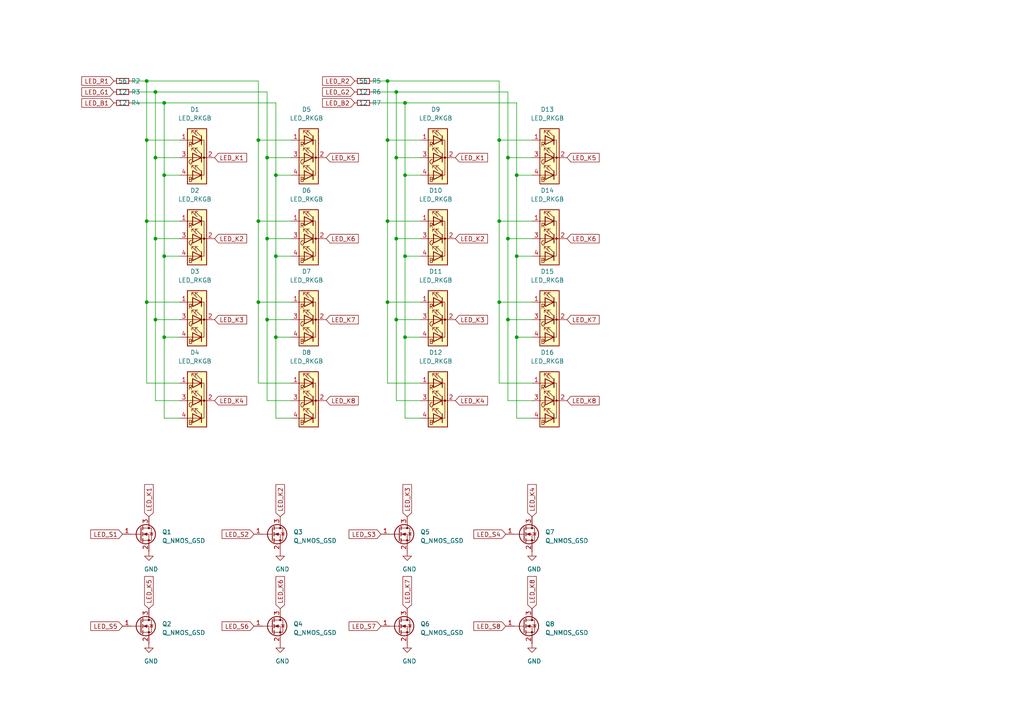
<source format=kicad_sch>
(kicad_sch (version 20201015) (generator eeschema)
  (paper "A4")
  (lib_symbols
    (symbol "Device:LED_RKGB" (pin_names (offset 0) hide)
      (property "Reference" "D" (at 0 9.398 0))
      (property "Value" "LED_RKGB" (at 0 -8.89 0))
      (symbol "LED_RKGB_0_0"
        (text "B" (at 1.905 -6.35 0) (effects (font (size 1.27 1.27))))
        (text "G" (at 1.905 -1.27 0) (effects (font (size 1.27 1.27))))
        (text "R" (at 1.905 3.81 0) (effects (font (size 1.27 1.27))))
      )
      (symbol "LED_RKGB_0_1"
        (circle (center -2.032 0) (radius 0.254) (fill (type outline)))
        (rectangle (start 1.27 -1.27) (end 1.27 1.27))
        (rectangle (start 1.27 1.27) (end 1.27 1.27))
        (rectangle (start 1.27 3.81) (end 1.27 6.35))
        (rectangle (start 1.27 6.35) (end 1.27 6.35))
        (rectangle (start 2.794 8.382) (end -2.794 -7.62) (stroke (width 0.254)) (fill (type background)))
        (polyline (pts (xy -1.27 -5.08) (xy 1.27 -5.08)))
        (polyline (pts (xy -1.27 -3.81) (xy -1.27 -6.35)) (stroke (width 0.254)))
        (polyline (pts (xy -1.27 0) (xy -2.54 0)))
        (polyline (pts (xy -1.27 1.27) (xy -1.27 -1.27)) (stroke (width 0.254)))
        (polyline (pts (xy -1.27 5.08) (xy 1.27 5.08)))
        (polyline (pts (xy -1.27 6.35) (xy -1.27 3.81)) (stroke (width 0.254)))
        (polyline (pts (xy 1.27 -5.08) (xy 2.54 -5.08)))
        (polyline (pts (xy 1.27 0) (xy -1.27 0)))
        (polyline (pts (xy 1.27 0) (xy 2.54 0)))
        (polyline (pts (xy 1.27 5.08) (xy 2.54 5.08)))
        (polyline (pts (xy -1.27 1.27) (xy -1.27 -1.27) (xy -1.27 -1.27)))
        (polyline (pts (xy -1.27 6.35) (xy -1.27 3.81) (xy -1.27 3.81)))
        (polyline (pts (xy -1.27 5.08) (xy -2.032 5.08) (xy -2.032 -5.08) (xy -1.016 -5.08)))
        (polyline (pts (xy 1.27 -3.81) (xy 1.27 -6.35) (xy -1.27 -5.08) (xy 1.27 -3.81)) (stroke (width 0.254)))
        (polyline (pts (xy 1.27 1.27) (xy 1.27 -1.27) (xy -1.27 0) (xy 1.27 1.27)) (stroke (width 0.254)))
        (polyline (pts (xy 1.27 6.35) (xy 1.27 3.81) (xy -1.27 5.08) (xy 1.27 6.35)) (stroke (width 0.254)))
        (polyline (pts (xy -1.016 -3.81) (xy 0.508 -2.286) (xy -0.254 -2.286) (xy 0.508 -2.286) (xy 0.508 -3.048)))
        (polyline (pts (xy -1.016 1.27) (xy 0.508 2.794) (xy -0.254 2.794) (xy 0.508 2.794) (xy 0.508 2.032)))
        (polyline (pts (xy -1.016 6.35) (xy 0.508 7.874) (xy -0.254 7.874) (xy 0.508 7.874) (xy 0.508 7.112)))
        (polyline (pts (xy 0 -3.81) (xy 1.524 -2.286) (xy 0.762 -2.286) (xy 1.524 -2.286) (xy 1.524 -3.048)))
        (polyline (pts (xy 0 1.27) (xy 1.524 2.794) (xy 0.762 2.794) (xy 1.524 2.794) (xy 1.524 2.032)))
        (polyline (pts (xy 0 6.35) (xy 1.524 7.874) (xy 0.762 7.874) (xy 1.524 7.874) (xy 1.524 7.112)))
      )
      (symbol "LED_RKGB_1_1"
        (pin passive line (at 5.08 5.08 180) (length 2.54) (name "RA") (number "1"))
        (pin passive line (at -5.08 0 0) (length 2.54) (name "K") (number "2"))
        (pin passive line (at 5.08 0 180) (length 2.54) (name "GA") (number "3"))
        (pin passive line (at 5.08 -5.08 180) (length 2.54) (name "BA") (number "4"))
      )
    )
    (symbol "Device:Q_NMOS_GSD" (pin_names (offset 0) hide)
      (property "Reference" "Q" (at 5.08 1.27 0))
      (property "Value" "Q_NMOS_GSD" (at 5.08 -1.27 0))
      (symbol "Q_NMOS_GSD_0_1"
        (circle (center 1.651 0) (radius 2.794) (stroke (width 0.254)))
        (circle (center 2.54 -1.778) (radius 0.254) (fill (type outline)))
        (circle (center 2.54 1.778) (radius 0.254) (fill (type outline)))
        (polyline (pts (xy 0.254 0) (xy -2.54 0)))
        (polyline (pts (xy 0.254 1.905) (xy 0.254 -1.905)) (stroke (width 0.254)))
        (polyline (pts (xy 0.762 -1.27) (xy 0.762 -2.286)) (stroke (width 0.254)))
        (polyline (pts (xy 0.762 0.508) (xy 0.762 -0.508)) (stroke (width 0.254)))
        (polyline (pts (xy 0.762 2.286) (xy 0.762 1.27)) (stroke (width 0.254)))
        (polyline (pts (xy 2.54 2.54) (xy 2.54 1.778)))
        (polyline (pts (xy 2.54 -2.54) (xy 2.54 0) (xy 0.762 0)))
        (polyline (pts (xy 0.762 -1.778) (xy 3.302 -1.778) (xy 3.302 1.778) (xy 0.762 1.778)))
        (polyline (pts (xy 1.016 0) (xy 2.032 0.381) (xy 2.032 -0.381) (xy 1.016 0)) (fill (type outline)))
        (polyline (pts (xy 2.794 0.508) (xy 2.921 0.381) (xy 3.683 0.381) (xy 3.81 0.254)))
        (polyline (pts (xy 3.302 0.381) (xy 2.921 -0.254) (xy 3.683 -0.254) (xy 3.302 0.381)))
      )
      (symbol "Q_NMOS_GSD_1_1"
        (pin input line (at -5.08 0 0) (length 2.54) (name "G") (number "1"))
        (pin passive line (at 2.54 -5.08 90) (length 2.54) (name "S") (number "2"))
        (pin passive line (at 2.54 5.08 270) (length 2.54) (name "D") (number "3"))
      )
    )
    (symbol "Device:R_Small" (pin_numbers hide) (pin_names (offset 0.254) hide)
      (property "Reference" "R" (at 0.762 0.508 0))
      (property "Value" "R_Small" (at 0.762 -1.016 0))
      (symbol "R_Small_0_1"
        (rectangle (start -0.762 1.778) (end 0.762 -1.778) (stroke (width 0.2032)))
      )
      (symbol "R_Small_1_1"
        (pin passive line (at 0 2.54 270) (length 0.762) (name "~") (number "1"))
        (pin passive line (at 0 -2.54 90) (length 0.762) (name "~") (number "2"))
      )
    )
    (symbol "power:GND" (power) (pin_names (offset 0))
      (property "Value" "GND" (at 0 -3.81 0))
      (symbol "GND_0_1"
        (polyline (pts (xy 0 0) (xy 0 -1.27) (xy 1.27 -1.27) (xy 0 -2.54) (xy -1.27 -1.27) (xy 0 -1.27)))
      )
      (symbol "GND_1_1"
        (pin power_in line (at 0 0 270) (length 0) hide (name "GND") (number "1"))
      )
    )
  )
  (junction (at 42.545 23.495) (diameter 0.9144))
  (junction (at 42.545 40.64) (diameter 0.9144))
  (junction (at 42.545 64.135) (diameter 0.9144))
  (junction (at 42.545 87.63) (diameter 0.9144))
  (junction (at 45.085 26.67) (diameter 0.9144))
  (junction (at 45.085 45.72) (diameter 0.9144))
  (junction (at 45.085 69.215) (diameter 0.9144))
  (junction (at 45.085 92.71) (diameter 0.9144))
  (junction (at 47.625 29.845) (diameter 0.9144))
  (junction (at 47.625 50.8) (diameter 0.9144))
  (junction (at 47.625 74.295) (diameter 0.9144))
  (junction (at 47.625 97.79) (diameter 0.9144))
  (junction (at 74.93 40.64) (diameter 0.9144))
  (junction (at 74.93 64.135) (diameter 0.9144))
  (junction (at 74.93 87.63) (diameter 0.9144))
  (junction (at 77.47 45.72) (diameter 0.9144))
  (junction (at 77.47 69.215) (diameter 0.9144))
  (junction (at 77.47 92.71) (diameter 0.9144))
  (junction (at 80.01 50.8) (diameter 0.9144))
  (junction (at 80.01 74.295) (diameter 0.9144))
  (junction (at 80.01 97.79) (diameter 0.9144))
  (junction (at 112.395 23.495) (diameter 0.9144))
  (junction (at 112.395 40.64) (diameter 0.9144))
  (junction (at 112.395 64.135) (diameter 0.9144))
  (junction (at 112.395 87.63) (diameter 0.9144))
  (junction (at 114.935 26.67) (diameter 0.9144))
  (junction (at 114.935 45.72) (diameter 0.9144))
  (junction (at 114.935 69.215) (diameter 0.9144))
  (junction (at 114.935 92.71) (diameter 0.9144))
  (junction (at 117.475 29.845) (diameter 0.9144))
  (junction (at 117.475 50.8) (diameter 0.9144))
  (junction (at 117.475 74.295) (diameter 0.9144))
  (junction (at 117.475 97.79) (diameter 0.9144))
  (junction (at 144.78 40.64) (diameter 0.9144))
  (junction (at 144.78 64.135) (diameter 0.9144))
  (junction (at 144.78 87.63) (diameter 0.9144))
  (junction (at 147.32 45.72) (diameter 0.9144))
  (junction (at 147.32 69.215) (diameter 0.9144))
  (junction (at 147.32 92.71) (diameter 0.9144))
  (junction (at 149.86 50.8) (diameter 0.9144))
  (junction (at 149.86 74.295) (diameter 0.9144))
  (junction (at 149.86 97.79) (diameter 0.9144))
  (wire (pts (xy 38.1 23.495) (xy 42.545 23.495)))
  (wire (pts (xy 38.1 26.67) (xy 45.085 26.67)))
  (wire (pts (xy 38.1 29.845) (xy 47.625 29.845)))
  (wire (pts (xy 42.545 23.495) (xy 42.545 40.64)))
  (wire (pts (xy 42.545 23.495) (xy 74.93 23.495)))
  (wire (pts (xy 42.545 40.64) (xy 42.545 64.135)))
  (wire (pts (xy 42.545 40.64) (xy 52.07 40.64)))
  (wire (pts (xy 42.545 64.135) (xy 42.545 87.63)))
  (wire (pts (xy 42.545 64.135) (xy 52.07 64.135)))
  (wire (pts (xy 42.545 87.63) (xy 42.545 111.125)))
  (wire (pts (xy 42.545 87.63) (xy 52.07 87.63)))
  (wire (pts (xy 42.545 111.125) (xy 52.07 111.125)))
  (wire (pts (xy 45.085 26.67) (xy 45.085 45.72)))
  (wire (pts (xy 45.085 26.67) (xy 77.47 26.67)))
  (wire (pts (xy 45.085 45.72) (xy 45.085 69.215)))
  (wire (pts (xy 45.085 45.72) (xy 52.07 45.72)))
  (wire (pts (xy 45.085 69.215) (xy 45.085 92.71)))
  (wire (pts (xy 45.085 69.215) (xy 52.07 69.215)))
  (wire (pts (xy 45.085 92.71) (xy 45.085 116.205)))
  (wire (pts (xy 45.085 92.71) (xy 52.07 92.71)))
  (wire (pts (xy 45.085 116.205) (xy 52.07 116.205)))
  (wire (pts (xy 47.625 29.845) (xy 47.625 50.8)))
  (wire (pts (xy 47.625 29.845) (xy 80.01 29.845)))
  (wire (pts (xy 47.625 50.8) (xy 52.07 50.8)))
  (wire (pts (xy 47.625 74.295) (xy 47.625 50.8)))
  (wire (pts (xy 47.625 74.295) (xy 47.625 97.79)))
  (wire (pts (xy 47.625 74.295) (xy 52.07 74.295)))
  (wire (pts (xy 47.625 97.79) (xy 47.625 121.285)))
  (wire (pts (xy 47.625 97.79) (xy 52.07 97.79)))
  (wire (pts (xy 52.07 121.285) (xy 47.625 121.285)))
  (wire (pts (xy 74.93 23.495) (xy 74.93 40.64)))
  (wire (pts (xy 74.93 40.64) (xy 74.93 64.135)))
  (wire (pts (xy 74.93 40.64) (xy 84.455 40.64)))
  (wire (pts (xy 74.93 64.135) (xy 74.93 87.63)))
  (wire (pts (xy 74.93 64.135) (xy 84.455 64.135)))
  (wire (pts (xy 74.93 87.63) (xy 74.93 111.125)))
  (wire (pts (xy 74.93 87.63) (xy 84.455 87.63)))
  (wire (pts (xy 74.93 111.125) (xy 84.455 111.125)))
  (wire (pts (xy 77.47 26.67) (xy 77.47 45.72)))
  (wire (pts (xy 77.47 45.72) (xy 77.47 69.215)))
  (wire (pts (xy 77.47 45.72) (xy 84.455 45.72)))
  (wire (pts (xy 77.47 69.215) (xy 77.47 92.71)))
  (wire (pts (xy 77.47 69.215) (xy 84.455 69.215)))
  (wire (pts (xy 77.47 92.71) (xy 77.47 116.205)))
  (wire (pts (xy 77.47 92.71) (xy 84.455 92.71)))
  (wire (pts (xy 77.47 116.205) (xy 84.455 116.205)))
  (wire (pts (xy 80.01 29.845) (xy 80.01 50.8)))
  (wire (pts (xy 80.01 50.8) (xy 84.455 50.8)))
  (wire (pts (xy 80.01 74.295) (xy 80.01 50.8)))
  (wire (pts (xy 80.01 74.295) (xy 80.01 97.79)))
  (wire (pts (xy 80.01 74.295) (xy 84.455 74.295)))
  (wire (pts (xy 80.01 97.79) (xy 80.01 121.285)))
  (wire (pts (xy 80.01 97.79) (xy 84.455 97.79)))
  (wire (pts (xy 84.455 121.285) (xy 80.01 121.285)))
  (wire (pts (xy 107.95 23.495) (xy 112.395 23.495)))
  (wire (pts (xy 107.95 26.67) (xy 114.935 26.67)))
  (wire (pts (xy 107.95 29.845) (xy 117.475 29.845)))
  (wire (pts (xy 112.395 23.495) (xy 112.395 40.64)))
  (wire (pts (xy 112.395 23.495) (xy 144.78 23.495)))
  (wire (pts (xy 112.395 40.64) (xy 112.395 64.135)))
  (wire (pts (xy 112.395 40.64) (xy 121.92 40.64)))
  (wire (pts (xy 112.395 64.135) (xy 112.395 87.63)))
  (wire (pts (xy 112.395 64.135) (xy 121.92 64.135)))
  (wire (pts (xy 112.395 87.63) (xy 112.395 111.125)))
  (wire (pts (xy 112.395 87.63) (xy 121.92 87.63)))
  (wire (pts (xy 112.395 111.125) (xy 121.92 111.125)))
  (wire (pts (xy 114.935 26.67) (xy 114.935 45.72)))
  (wire (pts (xy 114.935 26.67) (xy 147.32 26.67)))
  (wire (pts (xy 114.935 45.72) (xy 114.935 69.215)))
  (wire (pts (xy 114.935 45.72) (xy 121.92 45.72)))
  (wire (pts (xy 114.935 69.215) (xy 114.935 92.71)))
  (wire (pts (xy 114.935 69.215) (xy 121.92 69.215)))
  (wire (pts (xy 114.935 92.71) (xy 114.935 116.205)))
  (wire (pts (xy 114.935 92.71) (xy 121.92 92.71)))
  (wire (pts (xy 114.935 116.205) (xy 121.92 116.205)))
  (wire (pts (xy 117.475 29.845) (xy 117.475 50.8)))
  (wire (pts (xy 117.475 29.845) (xy 149.86 29.845)))
  (wire (pts (xy 117.475 50.8) (xy 121.92 50.8)))
  (wire (pts (xy 117.475 74.295) (xy 117.475 50.8)))
  (wire (pts (xy 117.475 74.295) (xy 117.475 97.79)))
  (wire (pts (xy 117.475 74.295) (xy 121.92 74.295)))
  (wire (pts (xy 117.475 97.79) (xy 117.475 121.285)))
  (wire (pts (xy 117.475 97.79) (xy 121.92 97.79)))
  (wire (pts (xy 121.92 121.285) (xy 117.475 121.285)))
  (wire (pts (xy 144.78 23.495) (xy 144.78 40.64)))
  (wire (pts (xy 144.78 40.64) (xy 144.78 64.135)))
  (wire (pts (xy 144.78 40.64) (xy 154.305 40.64)))
  (wire (pts (xy 144.78 64.135) (xy 144.78 87.63)))
  (wire (pts (xy 144.78 64.135) (xy 154.305 64.135)))
  (wire (pts (xy 144.78 87.63) (xy 144.78 111.125)))
  (wire (pts (xy 144.78 87.63) (xy 154.305 87.63)))
  (wire (pts (xy 144.78 111.125) (xy 154.305 111.125)))
  (wire (pts (xy 147.32 26.67) (xy 147.32 45.72)))
  (wire (pts (xy 147.32 45.72) (xy 147.32 69.215)))
  (wire (pts (xy 147.32 45.72) (xy 154.305 45.72)))
  (wire (pts (xy 147.32 69.215) (xy 147.32 92.71)))
  (wire (pts (xy 147.32 69.215) (xy 154.305 69.215)))
  (wire (pts (xy 147.32 92.71) (xy 147.32 116.205)))
  (wire (pts (xy 147.32 92.71) (xy 154.305 92.71)))
  (wire (pts (xy 147.32 116.205) (xy 154.305 116.205)))
  (wire (pts (xy 149.86 29.845) (xy 149.86 50.8)))
  (wire (pts (xy 149.86 50.8) (xy 154.305 50.8)))
  (wire (pts (xy 149.86 74.295) (xy 149.86 50.8)))
  (wire (pts (xy 149.86 74.295) (xy 149.86 97.79)))
  (wire (pts (xy 149.86 74.295) (xy 154.305 74.295)))
  (wire (pts (xy 149.86 97.79) (xy 149.86 121.285)))
  (wire (pts (xy 149.86 97.79) (xy 154.305 97.79)))
  (wire (pts (xy 154.305 121.285) (xy 149.86 121.285)))
  (global_label "LED_R1" (shape input) (at 33.02 23.495 180) (property "Intersheet References" "${INTERSHEET_REFS}" (effects hide)))
  (global_label "LED_G1" (shape input) (at 33.02 26.67 180) (property "Intersheet References" "${INTERSHEET_REFS}" (effects hide)))
  (global_label "LED_B1" (shape input) (at 33.02 29.845 180) (property "Intersheet References" "${INTERSHEET_REFS}" (effects hide)))
  (global_label "LED_S1" (shape input) (at 35.56 154.94 180) (property "Intersheet References" "${INTERSHEET_REFS}" (effects hide)))
  (global_label "LED_S5" (shape input) (at 35.56 181.61 180) (property "Intersheet References" "${INTERSHEET_REFS}" (effects hide)))
  (global_label "LED_K1" (shape input) (at 43.18 149.86 90) (property "Intersheet References" "${INTERSHEET_REFS}" (effects hide)))
  (global_label "LED_K5" (shape input) (at 43.18 176.53 90) (property "Intersheet References" "${INTERSHEET_REFS}" (effects hide)))
  (global_label "LED_K1" (shape input) (at 62.23 45.72 0) (property "Intersheet References" "${INTERSHEET_REFS}" (effects hide)))
  (global_label "LED_K2" (shape input) (at 62.23 69.215 0) (property "Intersheet References" "${INTERSHEET_REFS}" (effects hide)))
  (global_label "LED_K3" (shape input) (at 62.23 92.71 0) (property "Intersheet References" "${INTERSHEET_REFS}" (effects hide)))
  (global_label "LED_K4" (shape input) (at 62.23 116.205 0) (property "Intersheet References" "${INTERSHEET_REFS}" (effects hide)))
  (global_label "LED_S2" (shape input) (at 73.66 154.94 180) (property "Intersheet References" "${INTERSHEET_REFS}" (effects hide)))
  (global_label "LED_S6" (shape input) (at 73.66 181.61 180) (property "Intersheet References" "${INTERSHEET_REFS}" (effects hide)))
  (global_label "LED_K2" (shape input) (at 81.28 149.86 90) (property "Intersheet References" "${INTERSHEET_REFS}" (effects hide)))
  (global_label "LED_K6" (shape input) (at 81.28 176.53 90) (property "Intersheet References" "${INTERSHEET_REFS}" (effects hide)))
  (global_label "LED_K5" (shape input) (at 94.615 45.72 0) (property "Intersheet References" "${INTERSHEET_REFS}" (effects hide)))
  (global_label "LED_K6" (shape input) (at 94.615 69.215 0) (property "Intersheet References" "${INTERSHEET_REFS}" (effects hide)))
  (global_label "LED_K7" (shape input) (at 94.615 92.71 0) (property "Intersheet References" "${INTERSHEET_REFS}" (effects hide)))
  (global_label "LED_K8" (shape input) (at 94.615 116.205 0) (property "Intersheet References" "${INTERSHEET_REFS}" (effects hide)))
  (global_label "LED_R2" (shape input) (at 102.87 23.495 180) (property "Intersheet References" "${INTERSHEET_REFS}" (effects hide)))
  (global_label "LED_G2" (shape input) (at 102.87 26.67 180) (property "Intersheet References" "${INTERSHEET_REFS}" (effects hide)))
  (global_label "LED_B2" (shape input) (at 102.87 29.845 180) (property "Intersheet References" "${INTERSHEET_REFS}" (effects hide)))
  (global_label "LED_S3" (shape input) (at 110.49 154.94 180) (property "Intersheet References" "${INTERSHEET_REFS}" (effects hide)))
  (global_label "LED_S7" (shape input) (at 110.49 181.61 180) (property "Intersheet References" "${INTERSHEET_REFS}" (effects hide)))
  (global_label "LED_K3" (shape input) (at 118.11 149.86 90) (property "Intersheet References" "${INTERSHEET_REFS}" (effects hide)))
  (global_label "LED_K7" (shape input) (at 118.11 176.53 90) (property "Intersheet References" "${INTERSHEET_REFS}" (effects hide)))
  (global_label "LED_K1" (shape input) (at 132.08 45.72 0) (property "Intersheet References" "${INTERSHEET_REFS}" (effects hide)))
  (global_label "LED_K2" (shape input) (at 132.08 69.215 0) (property "Intersheet References" "${INTERSHEET_REFS}" (effects hide)))
  (global_label "LED_K3" (shape input) (at 132.08 92.71 0) (property "Intersheet References" "${INTERSHEET_REFS}" (effects hide)))
  (global_label "LED_K4" (shape input) (at 132.08 116.205 0) (property "Intersheet References" "${INTERSHEET_REFS}" (effects hide)))
  (global_label "LED_S4" (shape input) (at 146.685 154.94 180) (property "Intersheet References" "${INTERSHEET_REFS}" (effects hide)))
  (global_label "LED_S8" (shape input) (at 146.685 181.61 180) (property "Intersheet References" "${INTERSHEET_REFS}" (effects hide)))
  (global_label "LED_K4" (shape input) (at 154.305 149.86 90) (property "Intersheet References" "${INTERSHEET_REFS}" (effects hide)))
  (global_label "LED_K8" (shape input) (at 154.305 176.53 90) (property "Intersheet References" "${INTERSHEET_REFS}" (effects hide)))
  (global_label "LED_K5" (shape input) (at 164.465 45.72 0) (property "Intersheet References" "${INTERSHEET_REFS}" (effects hide)))
  (global_label "LED_K6" (shape input) (at 164.465 69.215 0) (property "Intersheet References" "${INTERSHEET_REFS}" (effects hide)))
  (global_label "LED_K7" (shape input) (at 164.465 92.71 0) (property "Intersheet References" "${INTERSHEET_REFS}" (effects hide)))
  (global_label "LED_K8" (shape input) (at 164.465 116.205 0) (property "Intersheet References" "${INTERSHEET_REFS}" (effects hide)))
  (symbol (lib_id "power:GND") (at 43.18 160.02 0) (unit 1)
    (property "Reference" "#PWR0112" (effects hide))
    (property "Value" "GND" (at 43.815 165.1 0))
  )
  (symbol (lib_id "power:GND") (at 43.18 186.69 0) (unit 1)
    (property "Reference" "#PWR0113" (effects hide))
    (property "Value" "GND" (at 43.815 191.77 0))
  )
  (symbol (lib_id "power:GND") (at 81.28 160.02 0) (unit 1)
    (property "Reference" "#PWR0114" (effects hide))
    (property "Value" "GND" (at 81.915 165.1 0))
  )
  (symbol (lib_id "power:GND") (at 81.28 186.69 0) (unit 1)
    (property "Reference" "#PWR0115" (effects hide))
    (property "Value" "GND" (at 81.915 191.77 0))
  )
  (symbol (lib_id "power:GND") (at 118.11 160.02 0) (unit 1)
    (property "Reference" "#PWR0116" (effects hide))
    (property "Value" "GND" (at 118.745 165.1 0))
  )
  (symbol (lib_id "power:GND") (at 118.11 186.69 0) (unit 1)
    (property "Reference" "#PWR0117" (effects hide))
    (property "Value" "GND" (at 118.745 191.77 0))
  )
  (symbol (lib_id "power:GND") (at 154.305 160.02 0) (unit 1)
    (property "Reference" "#PWR0119" (effects hide))
    (property "Value" "GND" (at 154.94 165.1 0))
  )
  (symbol (lib_id "power:GND") (at 154.305 186.69 0) (unit 1)
    (property "Reference" "#PWR0118" (effects hide))
    (property "Value" "GND" (at 154.94 191.77 0))
  )
  (symbol (lib_id "Device:R_Small") (at 35.56 23.495 90) (unit 1)
    (property "Reference" "R2" (at 39.37 23.495 90))
    (property "Value" "56" (at 35.56 23.495 90))
    (property "Footprint" "Resistor_SMD:R_0603_1608Metric" (effects hide))
    (property "Farnell" "3540045" (effects hide))
  )
  (symbol (lib_id "Device:R_Small") (at 35.56 26.67 90) (unit 1)
    (property "Reference" "R3" (at 39.37 26.67 90))
    (property "Value" "12" (at 35.56 26.67 90))
    (property "Footprint" "Resistor_SMD:R_0603_1608Metric" (effects hide))
    (property "Farnell" "2670626" (effects hide))
  )
  (symbol (lib_id "Device:R_Small") (at 35.56 29.845 90) (unit 1)
    (property "Reference" "R4" (at 39.37 29.845 90))
    (property "Value" "12" (at 35.56 29.845 90))
    (property "Footprint" "Resistor_SMD:R_0603_1608Metric" (effects hide))
    (property "Farnell" "2670626" (effects hide))
  )
  (symbol (lib_id "Device:R_Small") (at 105.41 23.495 90) (unit 1)
    (property "Reference" "R5" (at 109.22 23.495 90))
    (property "Value" "56" (at 105.41 23.495 90))
    (property "Footprint" "Resistor_SMD:R_0603_1608Metric" (effects hide))
    (property "Farnell" "3540045" (effects hide))
  )
  (symbol (lib_id "Device:R_Small") (at 105.41 26.67 90) (unit 1)
    (property "Reference" "R6" (at 109.22 26.67 90))
    (property "Value" "12" (at 105.41 26.67 90))
    (property "Footprint" "Resistor_SMD:R_0603_1608Metric" (effects hide))
    (property "Farnell" "2670626" (effects hide))
  )
  (symbol (lib_id "Device:R_Small") (at 105.41 29.845 90) (unit 1)
    (property "Reference" "R7" (at 109.22 29.845 90))
    (property "Value" "12" (at 105.41 29.845 90))
    (property "Footprint" "Resistor_SMD:R_0603_1608Metric" (effects hide))
    (property "Farnell" "2670626" (effects hide))
  )
  (symbol (lib_id "Device:Q_NMOS_GSD") (at 40.64 154.94 0) (unit 1)
    (property "Reference" "Q1" (at 46.99 154.305 0) (effects (justify left)))
    (property "Value" "Q_NMOS_GSD" (at 46.99 156.845 0) (effects (justify left)))
    (property "Footprint" "Package_TO_SOT_SMD:SOT-323_SC-70_Handsoldering" (effects hide))
    (property "Farnell" "3619748" (effects hide))
  )
  (symbol (lib_id "Device:Q_NMOS_GSD") (at 40.64 181.61 0) (unit 1)
    (property "Reference" "Q2" (at 46.99 180.975 0) (effects (justify left)))
    (property "Value" "Q_NMOS_GSD" (at 46.99 183.515 0) (effects (justify left)))
    (property "Footprint" "Package_TO_SOT_SMD:SOT-323_SC-70_Handsoldering" (effects hide))
    (property "Farnell" "3619748" (effects hide))
  )
  (symbol (lib_id "Device:Q_NMOS_GSD") (at 78.74 154.94 0) (unit 1)
    (property "Reference" "Q3" (at 85.09 154.305 0) (effects (justify left)))
    (property "Value" "Q_NMOS_GSD" (at 85.09 156.845 0) (effects (justify left)))
    (property "Footprint" "Package_TO_SOT_SMD:SOT-323_SC-70_Handsoldering" (effects hide))
    (property "Farnell" "3619748" (effects hide))
  )
  (symbol (lib_id "Device:Q_NMOS_GSD") (at 78.74 181.61 0) (unit 1)
    (property "Reference" "Q4" (at 85.09 180.975 0) (effects (justify left)))
    (property "Value" "Q_NMOS_GSD" (at 85.09 183.515 0) (effects (justify left)))
    (property "Footprint" "Package_TO_SOT_SMD:SOT-323_SC-70_Handsoldering" (effects hide))
    (property "Farnell" "3619748" (effects hide))
  )
  (symbol (lib_id "Device:Q_NMOS_GSD") (at 115.57 154.94 0) (unit 1)
    (property "Reference" "Q5" (at 121.92 154.305 0) (effects (justify left)))
    (property "Value" "Q_NMOS_GSD" (at 121.92 156.845 0) (effects (justify left)))
    (property "Footprint" "Package_TO_SOT_SMD:SOT-323_SC-70_Handsoldering" (effects hide))
    (property "Farnell" "3619748" (effects hide))
  )
  (symbol (lib_id "Device:Q_NMOS_GSD") (at 115.57 181.61 0) (unit 1)
    (property "Reference" "Q6" (at 121.92 180.975 0) (effects (justify left)))
    (property "Value" "Q_NMOS_GSD" (at 121.92 183.515 0) (effects (justify left)))
    (property "Footprint" "Package_TO_SOT_SMD:SOT-323_SC-70_Handsoldering" (effects hide))
    (property "Farnell" "3619748" (effects hide))
  )
  (symbol (lib_id "Device:Q_NMOS_GSD") (at 151.765 154.94 0) (unit 1)
    (property "Reference" "Q7" (at 158.115 154.305 0) (effects (justify left)))
    (property "Value" "Q_NMOS_GSD" (at 158.115 156.845 0) (effects (justify left)))
    (property "Footprint" "Package_TO_SOT_SMD:SOT-323_SC-70_Handsoldering" (effects hide))
    (property "Farnell" "3619748" (effects hide))
  )
  (symbol (lib_id "Device:Q_NMOS_GSD") (at 151.765 181.61 0) (unit 1)
    (property "Reference" "Q8" (at 158.115 180.975 0) (effects (justify left)))
    (property "Value" "Q_NMOS_GSD" (at 158.115 183.515 0) (effects (justify left)))
    (property "Footprint" "Package_TO_SOT_SMD:SOT-323_SC-70_Handsoldering" (effects hide))
    (property "Farnell" "3619748" (effects hide))
  )
  (symbol (lib_id "Device:LED_RKGB") (at 57.15 45.72 0) (mirror y) (unit 1)
    (property "Reference" "D1" (at 56.515 31.75 0))
    (property "Value" "LED_RKGB" (at 56.515 34.29 0))
    (property "Footprint" "LED_THT:LED_D5.0mm-4_RGB" (effects hide))
    (property "Datasheet" "http://www.taydaelectronics.com/datasheets/A-1103-B.pdf" (effects hide))
    (property "Tayda" "A-1103" (effects hide))
  )
  (symbol (lib_id "Device:LED_RKGB") (at 57.15 69.215 0) (mirror y) (unit 1)
    (property "Reference" "D2" (at 56.515 55.245 0))
    (property "Value" "LED_RKGB" (at 56.515 57.785 0))
    (property "Footprint" "LED_THT:LED_D5.0mm-4_RGB" (effects hide))
    (property "Datasheet" "http://www.taydaelectronics.com/datasheets/A-1103-B.pdf" (effects hide))
    (property "Tayda" "A-1103" (effects hide))
  )
  (symbol (lib_id "Device:LED_RKGB") (at 57.15 92.71 0) (mirror y) (unit 1)
    (property "Reference" "D3" (at 56.515 78.74 0))
    (property "Value" "LED_RKGB" (at 56.515 81.28 0))
    (property "Footprint" "LED_THT:LED_D5.0mm-4_RGB" (effects hide))
    (property "Datasheet" "http://www.taydaelectronics.com/datasheets/A-1103-B.pdf" (effects hide))
    (property "Tayda" "A-1103" (effects hide))
  )
  (symbol (lib_id "Device:LED_RKGB") (at 57.15 116.205 0) (mirror y) (unit 1)
    (property "Reference" "D4" (at 56.515 102.235 0))
    (property "Value" "LED_RKGB" (at 56.515 104.775 0))
    (property "Footprint" "LED_THT:LED_D5.0mm-4_RGB" (effects hide))
    (property "Datasheet" "http://www.taydaelectronics.com/datasheets/A-1103-B.pdf" (effects hide))
    (property "Tayda" "A-1103" (effects hide))
  )
  (symbol (lib_id "Device:LED_RKGB") (at 89.535 45.72 0) (mirror y) (unit 1)
    (property "Reference" "D5" (at 88.9 31.75 0))
    (property "Value" "LED_RKGB" (at 88.9 34.29 0))
    (property "Footprint" "LED_THT:LED_D5.0mm-4_RGB" (effects hide))
    (property "Datasheet" "http://www.taydaelectronics.com/datasheets/A-1103-B.pdf" (effects hide))
    (property "Tayda" "A-1103" (effects hide))
  )
  (symbol (lib_id "Device:LED_RKGB") (at 89.535 69.215 0) (mirror y) (unit 1)
    (property "Reference" "D6" (at 88.9 55.245 0))
    (property "Value" "LED_RKGB" (at 88.9 57.785 0))
    (property "Footprint" "LED_THT:LED_D5.0mm-4_RGB" (effects hide))
    (property "Datasheet" "http://www.taydaelectronics.com/datasheets/A-1103-B.pdf" (effects hide))
    (property "Tayda" "A-1103" (effects hide))
  )
  (symbol (lib_id "Device:LED_RKGB") (at 89.535 92.71 0) (mirror y) (unit 1)
    (property "Reference" "D7" (at 88.9 78.74 0))
    (property "Value" "LED_RKGB" (at 88.9 81.28 0))
    (property "Footprint" "LED_THT:LED_D5.0mm-4_RGB" (effects hide))
    (property "Datasheet" "http://www.taydaelectronics.com/datasheets/A-1103-B.pdf" (effects hide))
    (property "Tayda" "A-1103" (effects hide))
  )
  (symbol (lib_id "Device:LED_RKGB") (at 89.535 116.205 0) (mirror y) (unit 1)
    (property "Reference" "D8" (at 88.9 102.235 0))
    (property "Value" "LED_RKGB" (at 88.9 104.775 0))
    (property "Footprint" "LED_THT:LED_D5.0mm-4_RGB" (effects hide))
    (property "Datasheet" "http://www.taydaelectronics.com/datasheets/A-1103-B.pdf" (effects hide))
    (property "Tayda" "A-1103" (effects hide))
  )
  (symbol (lib_id "Device:LED_RKGB") (at 127 45.72 0) (mirror y) (unit 1)
    (property "Reference" "D9" (at 126.365 31.75 0))
    (property "Value" "LED_RKGB" (at 126.365 34.29 0))
    (property "Footprint" "LED_THT:LED_D5.0mm-4_RGB" (effects hide))
    (property "Datasheet" "http://www.taydaelectronics.com/datasheets/A-1103-B.pdf" (effects hide))
    (property "Tayda" "A-1103" (effects hide))
  )
  (symbol (lib_id "Device:LED_RKGB") (at 127 69.215 0) (mirror y) (unit 1)
    (property "Reference" "D10" (at 126.365 55.245 0))
    (property "Value" "LED_RKGB" (at 126.365 57.785 0))
    (property "Footprint" "LED_THT:LED_D5.0mm-4_RGB" (effects hide))
    (property "Datasheet" "http://www.taydaelectronics.com/datasheets/A-1103-B.pdf" (effects hide))
    (property "Tayda" "A-1103" (effects hide))
  )
  (symbol (lib_id "Device:LED_RKGB") (at 127 92.71 0) (mirror y) (unit 1)
    (property "Reference" "D11" (at 126.365 78.74 0))
    (property "Value" "LED_RKGB" (at 126.365 81.28 0))
    (property "Footprint" "LED_THT:LED_D5.0mm-4_RGB" (effects hide))
    (property "Datasheet" "http://www.taydaelectronics.com/datasheets/A-1103-B.pdf" (effects hide))
    (property "Tayda" "A-1103" (effects hide))
  )
  (symbol (lib_id "Device:LED_RKGB") (at 127 116.205 0) (mirror y) (unit 1)
    (property "Reference" "D12" (at 126.365 102.235 0))
    (property "Value" "LED_RKGB" (at 126.365 104.775 0))
    (property "Footprint" "LED_THT:LED_D5.0mm-4_RGB" (effects hide))
    (property "Datasheet" "http://www.taydaelectronics.com/datasheets/A-1103-B.pdf" (effects hide))
    (property "Tayda" "A-1103" (effects hide))
  )
  (symbol (lib_id "Device:LED_RKGB") (at 159.385 45.72 0) (mirror y) (unit 1)
    (property "Reference" "D13" (at 158.75 31.75 0))
    (property "Value" "LED_RKGB" (at 158.75 34.29 0))
    (property "Footprint" "LED_THT:LED_D5.0mm-4_RGB" (effects hide))
    (property "Datasheet" "http://www.taydaelectronics.com/datasheets/A-1103-B.pdf" (effects hide))
    (property "Tayda" "A-1103" (effects hide))
  )
  (symbol (lib_id "Device:LED_RKGB") (at 159.385 69.215 0) (mirror y) (unit 1)
    (property "Reference" "D14" (at 158.75 55.245 0))
    (property "Value" "LED_RKGB" (at 158.75 57.785 0))
    (property "Footprint" "LED_THT:LED_D5.0mm-4_RGB" (effects hide))
    (property "Datasheet" "http://www.taydaelectronics.com/datasheets/A-1103-B.pdf" (effects hide))
    (property "Tayda" "A-1103" (effects hide))
  )
  (symbol (lib_id "Device:LED_RKGB") (at 159.385 92.71 0) (mirror y) (unit 1)
    (property "Reference" "D15" (at 158.75 78.74 0))
    (property "Value" "LED_RKGB" (at 158.75 81.28 0))
    (property "Footprint" "LED_THT:LED_D5.0mm-4_RGB" (effects hide))
    (property "Datasheet" "http://www.taydaelectronics.com/datasheets/A-1103-B.pdf" (effects hide))
    (property "Tayda" "A-1103" (effects hide))
  )
  (symbol (lib_id "Device:LED_RKGB") (at 159.385 116.205 0) (mirror y) (unit 1)
    (property "Reference" "D16" (at 158.75 102.235 0))
    (property "Value" "LED_RKGB" (at 158.75 104.775 0))
    (property "Footprint" "LED_THT:LED_D5.0mm-4_RGB" (effects hide))
    (property "Datasheet" "http://www.taydaelectronics.com/datasheets/A-1103-B.pdf" (effects hide))
    (property "Tayda" "A-1103" (effects hide))
  )
)
</source>
